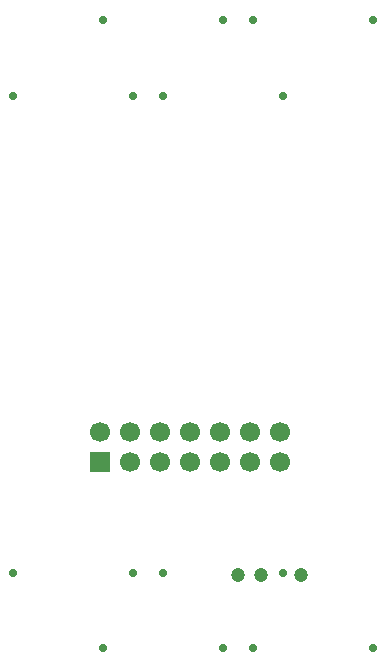
<source format=gts>
G04 Layer_Color=8388736*
%FSLAX42Y42*%
%MOMM*%
G71*
G01*
G75*
%ADD22R,1.70X1.70*%
%ADD23C,1.70*%
%ADD24C,0.70*%
%ADD25C,1.20*%
D22*
X-2476Y1928D02*
D03*
D23*
Y2182D02*
D03*
X-2222Y1928D02*
D03*
Y2182D02*
D03*
X-1968Y1928D02*
D03*
Y2182D02*
D03*
X-1714Y1928D02*
D03*
Y2182D02*
D03*
X-1460Y1928D02*
D03*
Y2182D02*
D03*
X-1206D02*
D03*
Y1928D02*
D03*
X-952Y2182D02*
D03*
Y1928D02*
D03*
D24*
X-1942Y985D02*
D03*
X-926D02*
D03*
X-3212D02*
D03*
X-2196D02*
D03*
X-2450Y5670D02*
D03*
X-1434D02*
D03*
X-1180D02*
D03*
X-164D02*
D03*
X-3212Y5023D02*
D03*
X-2196D02*
D03*
X-1942D02*
D03*
X-926D02*
D03*
X-2450Y350D02*
D03*
X-1434D02*
D03*
X-1180D02*
D03*
X-164D02*
D03*
D25*
X-1308Y970D02*
D03*
X-1118D02*
D03*
X-775D02*
D03*
M02*

</source>
